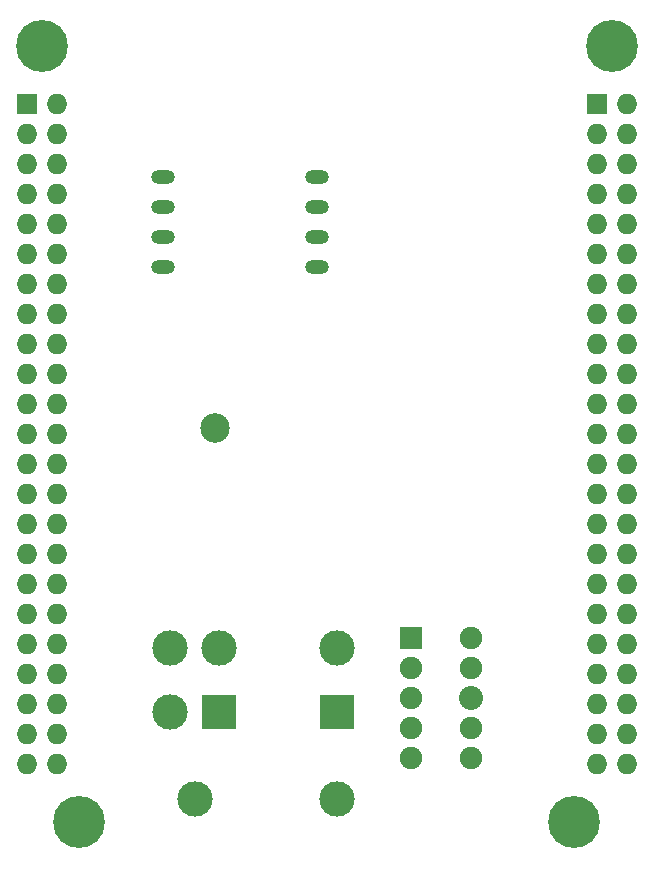
<source format=gbr>
G04 #@! TF.GenerationSoftware,KiCad,Pcbnew,(5.1.2-1)-1*
G04 #@! TF.CreationDate,2019-06-05T16:30:21-02:30*
G04 #@! TF.ProjectId,BeagleCape V2,42656167-6c65-4436-9170-652056322e6b,rev?*
G04 #@! TF.SameCoordinates,Original*
G04 #@! TF.FileFunction,Soldermask,Bot*
G04 #@! TF.FilePolarity,Negative*
%FSLAX46Y46*%
G04 Gerber Fmt 4.6, Leading zero omitted, Abs format (unit mm)*
G04 Created by KiCad (PCBNEW (5.1.2-1)-1) date 2019-06-05 16:30:21*
%MOMM*%
%LPD*%
G04 APERTURE LIST*
%ADD10R,1.727200X1.727200*%
%ADD11O,1.727200X1.727200*%
%ADD12O,2.000000X1.200000*%
%ADD13C,1.397000*%
%ADD14C,1.899920*%
%ADD15C,2.032000*%
%ADD16R,1.899920X1.899920*%
%ADD17C,3.000000*%
%ADD18R,3.000000X3.000000*%
%ADD19C,2.500000*%
%ADD20C,4.400000*%
G04 APERTURE END LIST*
D10*
X164630100Y-62382400D03*
D11*
X167170100Y-62382400D03*
X164630100Y-64922400D03*
X167170100Y-64922400D03*
X164630100Y-67462400D03*
X167170100Y-67462400D03*
X164630100Y-70002400D03*
X167170100Y-70002400D03*
X164630100Y-72542400D03*
X167170100Y-72542400D03*
X164630100Y-75082400D03*
X167170100Y-75082400D03*
X164630100Y-77622400D03*
X167170100Y-77622400D03*
X164630100Y-80162400D03*
X167170100Y-80162400D03*
X164630100Y-82702400D03*
X167170100Y-82702400D03*
X164630100Y-85242400D03*
X167170100Y-85242400D03*
X164630100Y-87782400D03*
X167170100Y-87782400D03*
X164630100Y-90322400D03*
X167170100Y-90322400D03*
X164630100Y-92862400D03*
X167170100Y-92862400D03*
X164630100Y-95402400D03*
X167170100Y-95402400D03*
X164630100Y-97942400D03*
X167170100Y-97942400D03*
X164630100Y-100482400D03*
X167170100Y-100482400D03*
X164630100Y-103022400D03*
X167170100Y-103022400D03*
X164630100Y-105562400D03*
X167170100Y-105562400D03*
X164630100Y-108102400D03*
X167170100Y-108102400D03*
X164630100Y-110642400D03*
X167170100Y-110642400D03*
X164630100Y-113182400D03*
X167170100Y-113182400D03*
X164630100Y-115722400D03*
X167170100Y-115722400D03*
X164630100Y-118262400D03*
X167170100Y-118262400D03*
D10*
X116370100Y-62382400D03*
D11*
X118910100Y-62382400D03*
X116370100Y-64922400D03*
X118910100Y-64922400D03*
X116370100Y-67462400D03*
X118910100Y-67462400D03*
X116370100Y-70002400D03*
X118910100Y-70002400D03*
X116370100Y-72542400D03*
X118910100Y-72542400D03*
X116370100Y-75082400D03*
X118910100Y-75082400D03*
X116370100Y-77622400D03*
X118910100Y-77622400D03*
X116370100Y-80162400D03*
X118910100Y-80162400D03*
X116370100Y-82702400D03*
X118910100Y-82702400D03*
X116370100Y-85242400D03*
X118910100Y-85242400D03*
X116370100Y-87782400D03*
X118910100Y-87782400D03*
X116370100Y-90322400D03*
X118910100Y-90322400D03*
X116370100Y-92862400D03*
X118910100Y-92862400D03*
X116370100Y-95402400D03*
X118910100Y-95402400D03*
X116370100Y-97942400D03*
X118910100Y-97942400D03*
X116370100Y-100482400D03*
X118910100Y-100482400D03*
X116370100Y-103022400D03*
X118910100Y-103022400D03*
X116370100Y-105562400D03*
X118910100Y-105562400D03*
X116370100Y-108102400D03*
X118910100Y-108102400D03*
X116370100Y-110642400D03*
X118910100Y-110642400D03*
X116370100Y-113182400D03*
X118910100Y-113182400D03*
X116370100Y-115722400D03*
X118910100Y-115722400D03*
X116370100Y-118262400D03*
X118910100Y-118262400D03*
D12*
X140910100Y-68572400D03*
X127830100Y-68572400D03*
X140910100Y-71112400D03*
X127830100Y-71112400D03*
X140910100Y-73652400D03*
X127830100Y-73652400D03*
X140910100Y-76192400D03*
X127830100Y-76192400D03*
D13*
X148830100Y-110092400D03*
D14*
X153910100Y-107552400D03*
X153910100Y-110092400D03*
D15*
X153910100Y-112632400D03*
D14*
X153910100Y-115172400D03*
X153910100Y-117712400D03*
X148830100Y-117712400D03*
X148830100Y-115172400D03*
X148830100Y-112632400D03*
X148830100Y-110092400D03*
D16*
X148830100Y-107552400D03*
D17*
X142620100Y-121182400D03*
X142620100Y-108382400D03*
D18*
X142620100Y-113882400D03*
D17*
X130520100Y-121182400D03*
X128420100Y-108382400D03*
X132620100Y-108382400D03*
X128420100Y-113882400D03*
D18*
X132620100Y-113882400D03*
D19*
X132295100Y-89757400D03*
D20*
X165870100Y-57482400D03*
X117570100Y-57482400D03*
X120770100Y-123182400D03*
X162670100Y-123182400D03*
M02*

</source>
